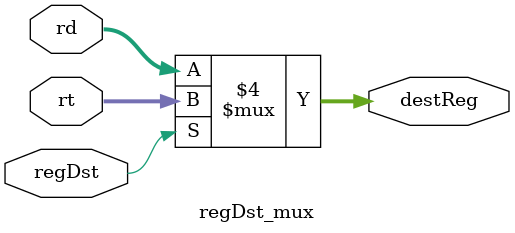
<source format=v>
`timescale 1ns / 1ps
module regDst_mux(
        input[4:0] rt,
        input[4:0] rd,
        input regDst,
        output reg[4:0] destReg
    );
    always@(*)begin
        if(!regDst)begin
            destReg <= rd;
        end
        else begin
            destReg <= rt;
        end
    end
    
    
endmodule

</source>
